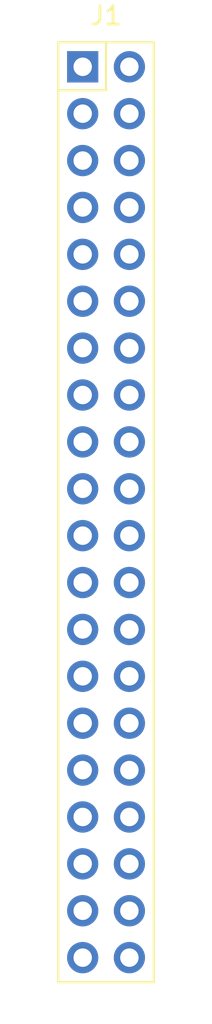
<source format=kicad_pcb>
(kicad_pcb (version 20171130) (host pcbnew "(5.1.10)-1")

  (general
    (thickness 1.6)
    (drawings 0)
    (tracks 0)
    (zones 0)
    (modules 1)
    (nets 1)
  )

  (page A4)
  (layers
    (0 F.Cu signal)
    (31 B.Cu signal)
    (32 B.Adhes user)
    (33 F.Adhes user)
    (34 B.Paste user)
    (35 F.Paste user)
    (36 B.SilkS user)
    (37 F.SilkS user)
    (38 B.Mask user)
    (39 F.Mask user)
    (40 Dwgs.User user)
    (41 Cmts.User user)
    (42 Eco1.User user)
    (43 Eco2.User user)
    (44 Edge.Cuts user)
    (45 Margin user)
    (46 B.CrtYd user)
    (47 F.CrtYd user)
    (48 B.Fab user)
    (49 F.Fab user)
  )

  (setup
    (last_trace_width 0.25)
    (trace_clearance 0.2)
    (zone_clearance 0.508)
    (zone_45_only no)
    (trace_min 0.2)
    (via_size 0.8)
    (via_drill 0.4)
    (via_min_size 0.4)
    (via_min_drill 0.3)
    (uvia_size 0.3)
    (uvia_drill 0.1)
    (uvias_allowed no)
    (uvia_min_size 0.2)
    (uvia_min_drill 0.1)
    (edge_width 0.05)
    (segment_width 0.2)
    (pcb_text_width 0.3)
    (pcb_text_size 1.5 1.5)
    (mod_edge_width 0.12)
    (mod_text_size 1 1)
    (mod_text_width 0.15)
    (pad_size 1.524 1.524)
    (pad_drill 0.762)
    (pad_to_mask_clearance 0)
    (aux_axis_origin 0 0)
    (visible_elements 7FFFFFFF)
    (pcbplotparams
      (layerselection 0x010fc_ffffffff)
      (usegerberextensions false)
      (usegerberattributes true)
      (usegerberadvancedattributes true)
      (creategerberjobfile true)
      (excludeedgelayer true)
      (linewidth 0.100000)
      (plotframeref false)
      (viasonmask false)
      (mode 1)
      (useauxorigin false)
      (hpglpennumber 1)
      (hpglpenspeed 20)
      (hpglpendiameter 15.000000)
      (psnegative false)
      (psa4output false)
      (plotreference true)
      (plotvalue true)
      (plotinvisibletext false)
      (padsonsilk false)
      (subtractmaskfromsilk false)
      (outputformat 1)
      (mirror false)
      (drillshape 1)
      (scaleselection 1)
      (outputdirectory ""))
  )

  (net 0 "")

  (net_class Default "This is the default net class."
    (clearance 0.2)
    (trace_width 0.25)
    (via_dia 0.8)
    (via_drill 0.4)
    (uvia_dia 0.3)
    (uvia_drill 0.1)
    (add_net "Net-(J1-Pad1)")
    (add_net "Net-(J1-Pad10)")
    (add_net "Net-(J1-Pad11)")
    (add_net "Net-(J1-Pad12)")
    (add_net "Net-(J1-Pad13)")
    (add_net "Net-(J1-Pad14)")
    (add_net "Net-(J1-Pad15)")
    (add_net "Net-(J1-Pad16)")
    (add_net "Net-(J1-Pad17)")
    (add_net "Net-(J1-Pad18)")
    (add_net "Net-(J1-Pad19)")
    (add_net "Net-(J1-Pad2)")
    (add_net "Net-(J1-Pad20)")
    (add_net "Net-(J1-Pad21)")
    (add_net "Net-(J1-Pad22)")
    (add_net "Net-(J1-Pad23)")
    (add_net "Net-(J1-Pad24)")
    (add_net "Net-(J1-Pad25)")
    (add_net "Net-(J1-Pad26)")
    (add_net "Net-(J1-Pad27)")
    (add_net "Net-(J1-Pad28)")
    (add_net "Net-(J1-Pad29)")
    (add_net "Net-(J1-Pad3)")
    (add_net "Net-(J1-Pad30)")
    (add_net "Net-(J1-Pad31)")
    (add_net "Net-(J1-Pad32)")
    (add_net "Net-(J1-Pad33)")
    (add_net "Net-(J1-Pad34)")
    (add_net "Net-(J1-Pad35)")
    (add_net "Net-(J1-Pad36)")
    (add_net "Net-(J1-Pad37)")
    (add_net "Net-(J1-Pad38)")
    (add_net "Net-(J1-Pad39)")
    (add_net "Net-(J1-Pad4)")
    (add_net "Net-(J1-Pad40)")
    (add_net "Net-(J1-Pad5)")
    (add_net "Net-(J1-Pad6)")
    (add_net "Net-(J1-Pad7)")
    (add_net "Net-(J1-Pad8)")
    (add_net "Net-(J1-Pad9)")
  )

  (module UniBoard:Bus40PinSocket_2x20_P2.54mm_Vertical (layer F.Cu) (tedit 618BF6A3) (tstamp 618C8AE7)
    (at 322.38 46.37)
    (descr "Through hole straight socket strip, 2x20, 2.54mm pitch, double cols (from Kicad 4.0.7), script generated")
    (tags "Through hole socket strip THT 2x20 2.54mm double row")
    (path /618C35C1)
    (fp_text reference J1 (at -1.27 -2.77) (layer F.SilkS)
      (effects (font (size 1 1) (thickness 0.15)))
    )
    (fp_text value UniSat_BUS_40 (at -1.27 51.03) (layer F.Fab)
      (effects (font (size 1 1) (thickness 0.15)))
    )
    (fp_text user %R (at -1.27 24.13 90) (layer F.Fab)
      (effects (font (size 1 1) (thickness 0.15)))
    )
    (fp_line (start -4.34 50) (end -4.34 -1.8) (layer F.CrtYd) (width 0.05))
    (fp_line (start 1.76 50) (end -4.34 50) (layer F.CrtYd) (width 0.05))
    (fp_line (start 1.76 -1.8) (end 1.76 50) (layer F.CrtYd) (width 0.05))
    (fp_line (start -4.34 -1.8) (end 1.76 -1.8) (layer F.CrtYd) (width 0.05))
    (fp_line (start -1.27 -1.33) (end 1.33 -1.33) (layer F.SilkS) (width 0.12))
    (fp_line (start 1.33 -1.33) (end 1.33 1.27) (layer F.SilkS) (width 0.12))
    (fp_line (start -1.27 -1.33) (end -1.27 1.27) (layer F.SilkS) (width 0.12))
    (fp_line (start -1.27 1.27) (end -3.81 1.27) (layer F.SilkS) (width 0.12))
    (fp_line (start 1.33 1.27) (end 1.33 49.59) (layer F.SilkS) (width 0.12))
    (fp_line (start -3.87 49.59) (end 1.33 49.59) (layer F.SilkS) (width 0.12))
    (fp_line (start -3.87 -1.33) (end -3.87 49.59) (layer F.SilkS) (width 0.12))
    (fp_line (start -3.87 -1.33) (end -1.27 -1.33) (layer F.SilkS) (width 0.12))
    (fp_line (start -3.81 49.53) (end -3.81 0) (layer F.Fab) (width 0.1))
    (fp_line (start 1.27 49.53) (end -3.81 49.53) (layer F.Fab) (width 0.1))
    (fp_line (start 1.27 -1.27) (end 1.27 49.53) (layer F.Fab) (width 0.1))
    (fp_line (start 0.27 -1.27) (end 1.27 -1.27) (layer F.Fab) (width 0.1))
    (fp_line (start -3.81 0) (end -2.54 -1.27) (layer F.Fab) (width 0.1))
    (fp_line (start -3.81 0) (end -3.81 0) (layer F.Fab) (width 0.1))
    (fp_line (start -2.54 -1.27) (end 0.27 -1.27) (layer F.Fab) (width 0.1))
    (pad 39 thru_hole oval (at -2.54 48.26) (size 1.7 1.7) (drill 1) (layers *.Cu *.Mask))
    (pad 40 thru_hole oval (at 0 48.26) (size 1.7 1.7) (drill 1) (layers *.Cu *.Mask))
    (pad 37 thru_hole oval (at -2.54 45.72) (size 1.7 1.7) (drill 1) (layers *.Cu *.Mask))
    (pad 38 thru_hole oval (at 0 45.72) (size 1.7 1.7) (drill 1) (layers *.Cu *.Mask))
    (pad 35 thru_hole oval (at -2.54 43.18) (size 1.7 1.7) (drill 1) (layers *.Cu *.Mask))
    (pad 36 thru_hole oval (at 0 43.18) (size 1.7 1.7) (drill 1) (layers *.Cu *.Mask))
    (pad 33 thru_hole oval (at -2.54 40.64) (size 1.7 1.7) (drill 1) (layers *.Cu *.Mask))
    (pad 34 thru_hole oval (at 0 40.64) (size 1.7 1.7) (drill 1) (layers *.Cu *.Mask))
    (pad 31 thru_hole oval (at -2.54 38.1) (size 1.7 1.7) (drill 1) (layers *.Cu *.Mask))
    (pad 32 thru_hole oval (at 0 38.1) (size 1.7 1.7) (drill 1) (layers *.Cu *.Mask))
    (pad 29 thru_hole oval (at -2.54 35.56) (size 1.7 1.7) (drill 1) (layers *.Cu *.Mask))
    (pad 30 thru_hole oval (at 0 35.56) (size 1.7 1.7) (drill 1) (layers *.Cu *.Mask))
    (pad 27 thru_hole oval (at -2.54 33.02) (size 1.7 1.7) (drill 1) (layers *.Cu *.Mask))
    (pad 28 thru_hole oval (at 0 33.02) (size 1.7 1.7) (drill 1) (layers *.Cu *.Mask))
    (pad 25 thru_hole oval (at -2.54 30.48) (size 1.7 1.7) (drill 1) (layers *.Cu *.Mask))
    (pad 26 thru_hole oval (at 0 30.48) (size 1.7 1.7) (drill 1) (layers *.Cu *.Mask))
    (pad 23 thru_hole oval (at -2.54 27.94) (size 1.7 1.7) (drill 1) (layers *.Cu *.Mask))
    (pad 24 thru_hole oval (at 0 27.94) (size 1.7 1.7) (drill 1) (layers *.Cu *.Mask))
    (pad 21 thru_hole oval (at -2.54 25.4) (size 1.7 1.7) (drill 1) (layers *.Cu *.Mask))
    (pad 22 thru_hole oval (at 0 25.4) (size 1.7 1.7) (drill 1) (layers *.Cu *.Mask))
    (pad 19 thru_hole oval (at -2.54 22.86) (size 1.7 1.7) (drill 1) (layers *.Cu *.Mask))
    (pad 20 thru_hole oval (at 0 22.86) (size 1.7 1.7) (drill 1) (layers *.Cu *.Mask))
    (pad 17 thru_hole oval (at -2.54 20.32) (size 1.7 1.7) (drill 1) (layers *.Cu *.Mask))
    (pad 18 thru_hole oval (at 0 20.32) (size 1.7 1.7) (drill 1) (layers *.Cu *.Mask))
    (pad 15 thru_hole oval (at -2.54 17.78) (size 1.7 1.7) (drill 1) (layers *.Cu *.Mask))
    (pad 16 thru_hole oval (at 0 17.78) (size 1.7 1.7) (drill 1) (layers *.Cu *.Mask))
    (pad 13 thru_hole oval (at -2.54 15.24) (size 1.7 1.7) (drill 1) (layers *.Cu *.Mask))
    (pad 14 thru_hole oval (at 0 15.24) (size 1.7 1.7) (drill 1) (layers *.Cu *.Mask))
    (pad 11 thru_hole oval (at -2.54 12.7) (size 1.7 1.7) (drill 1) (layers *.Cu *.Mask))
    (pad 12 thru_hole oval (at 0 12.7) (size 1.7 1.7) (drill 1) (layers *.Cu *.Mask))
    (pad 9 thru_hole oval (at -2.54 10.16) (size 1.7 1.7) (drill 1) (layers *.Cu *.Mask))
    (pad 10 thru_hole oval (at 0 10.16) (size 1.7 1.7) (drill 1) (layers *.Cu *.Mask))
    (pad 7 thru_hole oval (at -2.54 7.62) (size 1.7 1.7) (drill 1) (layers *.Cu *.Mask))
    (pad 8 thru_hole oval (at 0 7.62) (size 1.7 1.7) (drill 1) (layers *.Cu *.Mask))
    (pad 5 thru_hole oval (at -2.54 5.08) (size 1.7 1.7) (drill 1) (layers *.Cu *.Mask))
    (pad 6 thru_hole oval (at 0 5.08) (size 1.7 1.7) (drill 1) (layers *.Cu *.Mask))
    (pad 3 thru_hole oval (at -2.54 2.54) (size 1.7 1.7) (drill 1) (layers *.Cu *.Mask))
    (pad 4 thru_hole oval (at 0 2.54) (size 1.7 1.7) (drill 1) (layers *.Cu *.Mask))
    (pad 1 thru_hole rect (at -2.54 0) (size 1.7 1.7) (drill 1) (layers *.Cu *.Mask))
    (pad 2 thru_hole oval (at 0 0) (size 1.7 1.7) (drill 1) (layers *.Cu *.Mask))
    (model ${KISYS3DMOD}/Connector_PinSocket_2.54mm.3dshapes/PinSocket_2x20_P2.54mm_Vertical.wrl
      (at (xyz 0 0 0))
      (scale (xyz 1 1 1))
      (rotate (xyz 0 0 0))
    )
  )

)

</source>
